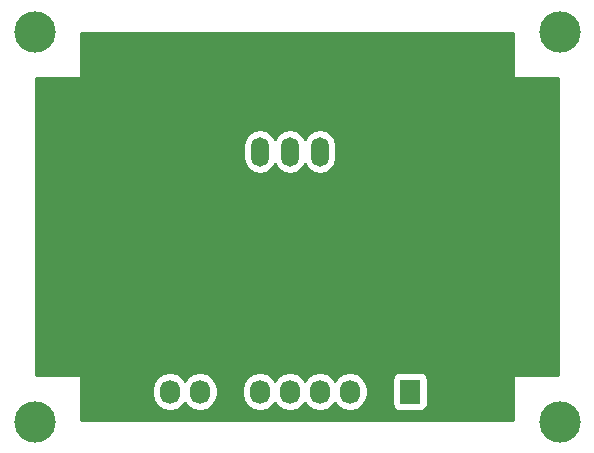
<source format=gbr>
G04 #@! TF.FileFunction,Copper,L2,Bot,Signal*
%FSLAX46Y46*%
G04 Gerber Fmt 4.6, Leading zero omitted, Abs format (unit mm)*
G04 Created by KiCad (PCBNEW 4.0.0-rc2-1-stable) date Thursday, January 28, 2016 'pmt' 05:59:00 pm*
%MOMM*%
G01*
G04 APERTURE LIST*
%ADD10C,0.100000*%
%ADD11C,3.500000*%
%ADD12O,1.501140X2.499360*%
%ADD13R,1.727200X2.032000*%
%ADD14O,1.727200X2.032000*%
%ADD15C,0.600000*%
%ADD16C,0.254000*%
G04 APERTURE END LIST*
D10*
D11*
X165100000Y-99060000D03*
X165100000Y-132080000D03*
X120650000Y-132080000D03*
X120650000Y-99060000D03*
D12*
X142240000Y-109220000D03*
X139700000Y-109220000D03*
X144780000Y-109220000D03*
D13*
X152400000Y-129540000D03*
D14*
X149860000Y-129540000D03*
X147320000Y-129540000D03*
X144780000Y-129540000D03*
X142240000Y-129540000D03*
X139700000Y-129540000D03*
X137160000Y-129540000D03*
X134620000Y-129540000D03*
X132080000Y-129540000D03*
D15*
X148590000Y-122428000D03*
X161290000Y-114300000D03*
X148590000Y-116586000D03*
X137668000Y-120904000D03*
X127000000Y-121920000D03*
D16*
G36*
X161163000Y-102870000D02*
X161173006Y-102919410D01*
X161201447Y-102961035D01*
X161243841Y-102988315D01*
X161290000Y-102997000D01*
X164973000Y-102997000D01*
X164973000Y-128143000D01*
X161290000Y-128143000D01*
X161240590Y-128153006D01*
X161198965Y-128181447D01*
X161171685Y-128223841D01*
X161163000Y-128270000D01*
X161163000Y-131953000D01*
X124587000Y-131953000D01*
X124587000Y-129355255D01*
X130581400Y-129355255D01*
X130581400Y-129724745D01*
X130695474Y-130298234D01*
X131020330Y-130784415D01*
X131506511Y-131109271D01*
X132080000Y-131223345D01*
X132653489Y-131109271D01*
X133139670Y-130784415D01*
X133350000Y-130469634D01*
X133560330Y-130784415D01*
X134046511Y-131109271D01*
X134620000Y-131223345D01*
X135193489Y-131109271D01*
X135679670Y-130784415D01*
X136004526Y-130298234D01*
X136118600Y-129724745D01*
X136118600Y-129355255D01*
X138201400Y-129355255D01*
X138201400Y-129724745D01*
X138315474Y-130298234D01*
X138640330Y-130784415D01*
X139126511Y-131109271D01*
X139700000Y-131223345D01*
X140273489Y-131109271D01*
X140759670Y-130784415D01*
X140970000Y-130469634D01*
X141180330Y-130784415D01*
X141666511Y-131109271D01*
X142240000Y-131223345D01*
X142813489Y-131109271D01*
X143299670Y-130784415D01*
X143510000Y-130469634D01*
X143720330Y-130784415D01*
X144206511Y-131109271D01*
X144780000Y-131223345D01*
X145353489Y-131109271D01*
X145839670Y-130784415D01*
X146050000Y-130469634D01*
X146260330Y-130784415D01*
X146746511Y-131109271D01*
X147320000Y-131223345D01*
X147893489Y-131109271D01*
X148379670Y-130784415D01*
X148704526Y-130298234D01*
X148818600Y-129724745D01*
X148818600Y-129355255D01*
X148704526Y-128781766D01*
X148532293Y-128524000D01*
X150888960Y-128524000D01*
X150888960Y-130556000D01*
X150933238Y-130791317D01*
X151072310Y-131007441D01*
X151284510Y-131152431D01*
X151536400Y-131203440D01*
X153263600Y-131203440D01*
X153498917Y-131159162D01*
X153715041Y-131020090D01*
X153860031Y-130807890D01*
X153911040Y-130556000D01*
X153911040Y-128524000D01*
X153866762Y-128288683D01*
X153727690Y-128072559D01*
X153515490Y-127927569D01*
X153263600Y-127876560D01*
X151536400Y-127876560D01*
X151301083Y-127920838D01*
X151084959Y-128059910D01*
X150939969Y-128272110D01*
X150888960Y-128524000D01*
X148532293Y-128524000D01*
X148379670Y-128295585D01*
X147893489Y-127970729D01*
X147320000Y-127856655D01*
X146746511Y-127970729D01*
X146260330Y-128295585D01*
X146050000Y-128610366D01*
X145839670Y-128295585D01*
X145353489Y-127970729D01*
X144780000Y-127856655D01*
X144206511Y-127970729D01*
X143720330Y-128295585D01*
X143510000Y-128610366D01*
X143299670Y-128295585D01*
X142813489Y-127970729D01*
X142240000Y-127856655D01*
X141666511Y-127970729D01*
X141180330Y-128295585D01*
X140970000Y-128610366D01*
X140759670Y-128295585D01*
X140273489Y-127970729D01*
X139700000Y-127856655D01*
X139126511Y-127970729D01*
X138640330Y-128295585D01*
X138315474Y-128781766D01*
X138201400Y-129355255D01*
X136118600Y-129355255D01*
X136004526Y-128781766D01*
X135679670Y-128295585D01*
X135193489Y-127970729D01*
X134620000Y-127856655D01*
X134046511Y-127970729D01*
X133560330Y-128295585D01*
X133350000Y-128610366D01*
X133139670Y-128295585D01*
X132653489Y-127970729D01*
X132080000Y-127856655D01*
X131506511Y-127970729D01*
X131020330Y-128295585D01*
X130695474Y-128781766D01*
X130581400Y-129355255D01*
X124587000Y-129355255D01*
X124587000Y-128270000D01*
X124576994Y-128220590D01*
X124548553Y-128178965D01*
X124506159Y-128151685D01*
X124460000Y-128143000D01*
X120777000Y-128143000D01*
X120777000Y-108683967D01*
X138314430Y-108683967D01*
X138314430Y-109756033D01*
X138419900Y-110286268D01*
X138720254Y-110735779D01*
X139169765Y-111036133D01*
X139700000Y-111141603D01*
X140230235Y-111036133D01*
X140679746Y-110735779D01*
X140970000Y-110301384D01*
X141260254Y-110735779D01*
X141709765Y-111036133D01*
X142240000Y-111141603D01*
X142770235Y-111036133D01*
X143219746Y-110735779D01*
X143510000Y-110301384D01*
X143800254Y-110735779D01*
X144249765Y-111036133D01*
X144780000Y-111141603D01*
X145310235Y-111036133D01*
X145759746Y-110735779D01*
X146060100Y-110286268D01*
X146165570Y-109756033D01*
X146165570Y-108683967D01*
X146060100Y-108153732D01*
X145759746Y-107704221D01*
X145310235Y-107403867D01*
X144780000Y-107298397D01*
X144249765Y-107403867D01*
X143800254Y-107704221D01*
X143510000Y-108138616D01*
X143219746Y-107704221D01*
X142770235Y-107403867D01*
X142240000Y-107298397D01*
X141709765Y-107403867D01*
X141260254Y-107704221D01*
X140970000Y-108138616D01*
X140679746Y-107704221D01*
X140230235Y-107403867D01*
X139700000Y-107298397D01*
X139169765Y-107403867D01*
X138720254Y-107704221D01*
X138419900Y-108153732D01*
X138314430Y-108683967D01*
X120777000Y-108683967D01*
X120777000Y-102997000D01*
X124460000Y-102997000D01*
X124509410Y-102986994D01*
X124551035Y-102958553D01*
X124578315Y-102916159D01*
X124587000Y-102870000D01*
X124587000Y-99187000D01*
X161163000Y-99187000D01*
X161163000Y-102870000D01*
X161163000Y-102870000D01*
G37*
X161163000Y-102870000D02*
X161173006Y-102919410D01*
X161201447Y-102961035D01*
X161243841Y-102988315D01*
X161290000Y-102997000D01*
X164973000Y-102997000D01*
X164973000Y-128143000D01*
X161290000Y-128143000D01*
X161240590Y-128153006D01*
X161198965Y-128181447D01*
X161171685Y-128223841D01*
X161163000Y-128270000D01*
X161163000Y-131953000D01*
X124587000Y-131953000D01*
X124587000Y-129355255D01*
X130581400Y-129355255D01*
X130581400Y-129724745D01*
X130695474Y-130298234D01*
X131020330Y-130784415D01*
X131506511Y-131109271D01*
X132080000Y-131223345D01*
X132653489Y-131109271D01*
X133139670Y-130784415D01*
X133350000Y-130469634D01*
X133560330Y-130784415D01*
X134046511Y-131109271D01*
X134620000Y-131223345D01*
X135193489Y-131109271D01*
X135679670Y-130784415D01*
X136004526Y-130298234D01*
X136118600Y-129724745D01*
X136118600Y-129355255D01*
X138201400Y-129355255D01*
X138201400Y-129724745D01*
X138315474Y-130298234D01*
X138640330Y-130784415D01*
X139126511Y-131109271D01*
X139700000Y-131223345D01*
X140273489Y-131109271D01*
X140759670Y-130784415D01*
X140970000Y-130469634D01*
X141180330Y-130784415D01*
X141666511Y-131109271D01*
X142240000Y-131223345D01*
X142813489Y-131109271D01*
X143299670Y-130784415D01*
X143510000Y-130469634D01*
X143720330Y-130784415D01*
X144206511Y-131109271D01*
X144780000Y-131223345D01*
X145353489Y-131109271D01*
X145839670Y-130784415D01*
X146050000Y-130469634D01*
X146260330Y-130784415D01*
X146746511Y-131109271D01*
X147320000Y-131223345D01*
X147893489Y-131109271D01*
X148379670Y-130784415D01*
X148704526Y-130298234D01*
X148818600Y-129724745D01*
X148818600Y-129355255D01*
X148704526Y-128781766D01*
X148532293Y-128524000D01*
X150888960Y-128524000D01*
X150888960Y-130556000D01*
X150933238Y-130791317D01*
X151072310Y-131007441D01*
X151284510Y-131152431D01*
X151536400Y-131203440D01*
X153263600Y-131203440D01*
X153498917Y-131159162D01*
X153715041Y-131020090D01*
X153860031Y-130807890D01*
X153911040Y-130556000D01*
X153911040Y-128524000D01*
X153866762Y-128288683D01*
X153727690Y-128072559D01*
X153515490Y-127927569D01*
X153263600Y-127876560D01*
X151536400Y-127876560D01*
X151301083Y-127920838D01*
X151084959Y-128059910D01*
X150939969Y-128272110D01*
X150888960Y-128524000D01*
X148532293Y-128524000D01*
X148379670Y-128295585D01*
X147893489Y-127970729D01*
X147320000Y-127856655D01*
X146746511Y-127970729D01*
X146260330Y-128295585D01*
X146050000Y-128610366D01*
X145839670Y-128295585D01*
X145353489Y-127970729D01*
X144780000Y-127856655D01*
X144206511Y-127970729D01*
X143720330Y-128295585D01*
X143510000Y-128610366D01*
X143299670Y-128295585D01*
X142813489Y-127970729D01*
X142240000Y-127856655D01*
X141666511Y-127970729D01*
X141180330Y-128295585D01*
X140970000Y-128610366D01*
X140759670Y-128295585D01*
X140273489Y-127970729D01*
X139700000Y-127856655D01*
X139126511Y-127970729D01*
X138640330Y-128295585D01*
X138315474Y-128781766D01*
X138201400Y-129355255D01*
X136118600Y-129355255D01*
X136004526Y-128781766D01*
X135679670Y-128295585D01*
X135193489Y-127970729D01*
X134620000Y-127856655D01*
X134046511Y-127970729D01*
X133560330Y-128295585D01*
X133350000Y-128610366D01*
X133139670Y-128295585D01*
X132653489Y-127970729D01*
X132080000Y-127856655D01*
X131506511Y-127970729D01*
X131020330Y-128295585D01*
X130695474Y-128781766D01*
X130581400Y-129355255D01*
X124587000Y-129355255D01*
X124587000Y-128270000D01*
X124576994Y-128220590D01*
X124548553Y-128178965D01*
X124506159Y-128151685D01*
X124460000Y-128143000D01*
X120777000Y-128143000D01*
X120777000Y-108683967D01*
X138314430Y-108683967D01*
X138314430Y-109756033D01*
X138419900Y-110286268D01*
X138720254Y-110735779D01*
X139169765Y-111036133D01*
X139700000Y-111141603D01*
X140230235Y-111036133D01*
X140679746Y-110735779D01*
X140970000Y-110301384D01*
X141260254Y-110735779D01*
X141709765Y-111036133D01*
X142240000Y-111141603D01*
X142770235Y-111036133D01*
X143219746Y-110735779D01*
X143510000Y-110301384D01*
X143800254Y-110735779D01*
X144249765Y-111036133D01*
X144780000Y-111141603D01*
X145310235Y-111036133D01*
X145759746Y-110735779D01*
X146060100Y-110286268D01*
X146165570Y-109756033D01*
X146165570Y-108683967D01*
X146060100Y-108153732D01*
X145759746Y-107704221D01*
X145310235Y-107403867D01*
X144780000Y-107298397D01*
X144249765Y-107403867D01*
X143800254Y-107704221D01*
X143510000Y-108138616D01*
X143219746Y-107704221D01*
X142770235Y-107403867D01*
X142240000Y-107298397D01*
X141709765Y-107403867D01*
X141260254Y-107704221D01*
X140970000Y-108138616D01*
X140679746Y-107704221D01*
X140230235Y-107403867D01*
X139700000Y-107298397D01*
X139169765Y-107403867D01*
X138720254Y-107704221D01*
X138419900Y-108153732D01*
X138314430Y-108683967D01*
X120777000Y-108683967D01*
X120777000Y-102997000D01*
X124460000Y-102997000D01*
X124509410Y-102986994D01*
X124551035Y-102958553D01*
X124578315Y-102916159D01*
X124587000Y-102870000D01*
X124587000Y-99187000D01*
X161163000Y-99187000D01*
X161163000Y-102870000D01*
M02*

</source>
